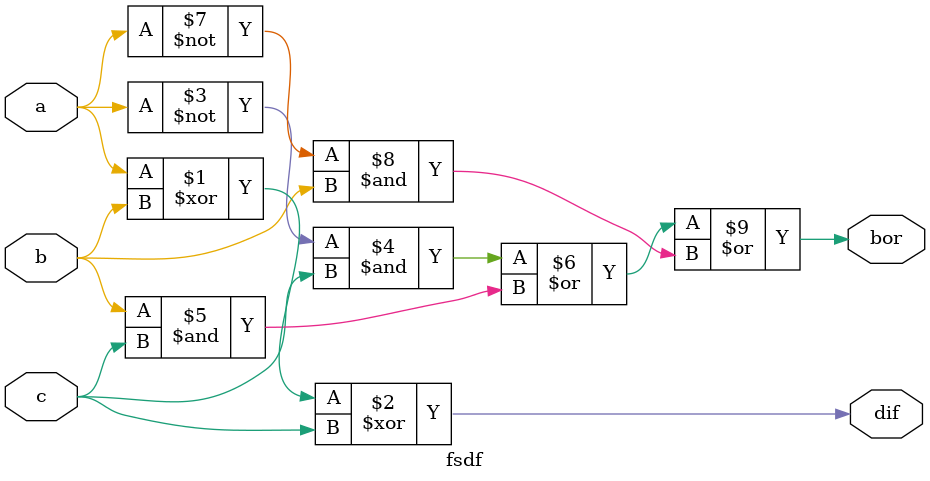
<source format=v>
module fsdf(dif,bor,a,b,c);
output dif,bor;
input a,b,c;
assign dif=a^b^c;
assign bor=(~a&c)|(b&c)|(~a&b);
endmodule

</source>
